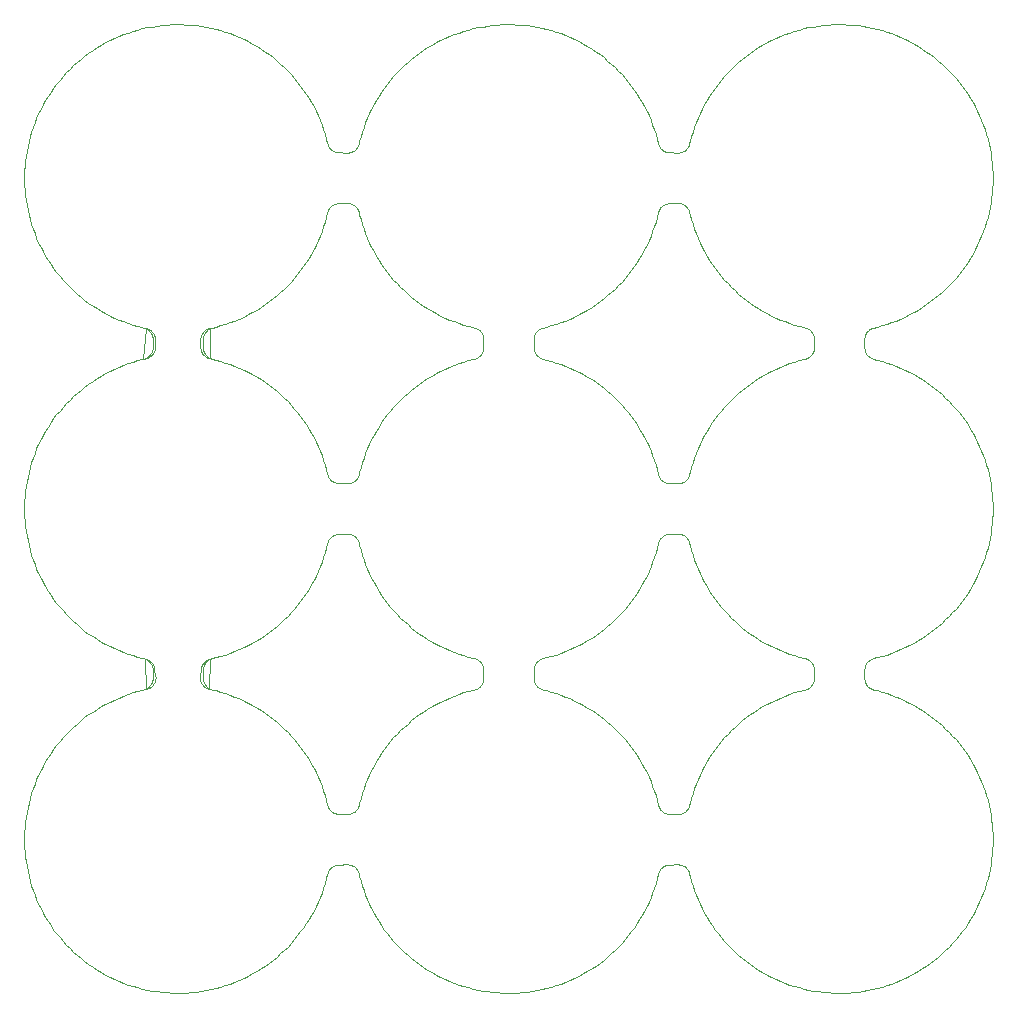
<source format=gm1>
%MOIN*%
%OFA0B0*%
%FSLAX44Y44*%
%IPPOS*%
%LPD*%
%ADD10C,0*%
D10*
X00022175Y00017287D02*
X00022175Y00017287D01*
X00022175Y00017287D01*
X00022168Y00017261D01*
X00022160Y00017235D01*
X00022149Y00017210D01*
X00022137Y00017186D01*
X00022124Y00017163D01*
X00022108Y00017141D01*
X00022092Y00017120D01*
X00022074Y00017100D01*
X00022054Y00017081D01*
X00022034Y00017064D01*
X00022012Y00017048D01*
X00021989Y00017034D01*
X00021965Y00017021D01*
X00021941Y00017010D01*
X00021915Y00017001D01*
X00021890Y00016993D01*
X00021863Y00016988D01*
X00021837Y00016984D01*
X00021810Y00016981D01*
X00021783Y00016981D01*
X00021502Y00016987D01*
X00021476Y00016989D01*
X00021450Y00016992D01*
X00021425Y00016996D01*
X00021400Y00017003D01*
X00021376Y00017011D01*
X00021352Y00017020D01*
X00021329Y00017032D01*
X00021306Y00017044D01*
X00021285Y00017058D01*
X00021264Y00017074D01*
X00021245Y00017090D01*
X00021226Y00017108D01*
X00021209Y00017127D01*
X00021193Y00017148D01*
X00021179Y00017169D01*
X00021165Y00017191D01*
X00021154Y00017214D01*
X00021144Y00017238D01*
X00021135Y00017262D01*
X00021128Y00017287D01*
X00021089Y00017445D01*
X00021044Y00017604D01*
X00020995Y00017761D01*
X00020940Y00017917D01*
X00020880Y00018071D01*
X00020816Y00018222D01*
X00020746Y00018372D01*
X00020672Y00018519D01*
X00020593Y00018664D01*
X00020509Y00018806D01*
X00020421Y00018946D01*
X00020328Y00019082D01*
X00020232Y00019215D01*
X00020130Y00019346D01*
X00020025Y00019473D01*
X00019916Y00019596D01*
X00019802Y00019716D01*
X00019685Y00019832D01*
X00019565Y00019944D01*
X00019440Y00020053D01*
X00019313Y00020157D01*
X00019182Y00020257D01*
X00019047Y00020353D01*
X00018910Y00020444D01*
X00018770Y00020531D01*
X00018627Y00020614D01*
X00018482Y00020692D01*
X00018334Y00020765D01*
X00018184Y00020833D01*
X00018032Y00020896D01*
X00017877Y00020955D01*
X00017721Y00021008D01*
X00017564Y00021057D01*
X00017405Y00021100D01*
X00017286Y00021128D01*
X00017261Y00021135D01*
X00017236Y00021144D01*
X00017211Y00021154D01*
X00017188Y00021166D01*
X00017165Y00021179D01*
X00017144Y00021194D01*
X00017123Y00021211D01*
X00017103Y00021228D01*
X00017085Y00021247D01*
X00017068Y00021267D01*
X00017053Y00021289D01*
X00017038Y00021311D01*
X00017026Y00021334D01*
X00017015Y00021358D01*
X00017005Y00021382D01*
X00016997Y00021407D01*
X00016991Y00021433D01*
X00016987Y00021459D01*
X00016984Y00021485D01*
X00016983Y00021511D01*
X00016983Y00021793D01*
X00016984Y00021820D01*
X00016987Y00021846D01*
X00016991Y00021872D01*
X00016997Y00021897D01*
X00017005Y00021923D01*
X00017015Y00021947D01*
X00017026Y00021971D01*
X00017038Y00021994D01*
X00017053Y00022016D01*
X00017068Y00022037D01*
X00017085Y00022058D01*
X00017103Y00022076D01*
X00017123Y00022094D01*
X00017144Y00022110D01*
X00017165Y00022125D01*
X00017188Y00022139D01*
X00017211Y00022151D01*
X00017236Y00022161D01*
X00017261Y00022169D01*
X00017286Y00022176D01*
X00017405Y00022205D01*
X00017564Y00022248D01*
X00017721Y00022296D01*
X00017877Y00022350D01*
X00018032Y00022408D01*
X00018184Y00022472D01*
X00018334Y00022540D01*
X00018482Y00022613D01*
X00018627Y00022691D01*
X00018770Y00022773D01*
X00018910Y00022860D01*
X00019047Y00022952D01*
X00019182Y00023048D01*
X00019313Y00023148D01*
X00019440Y00023252D01*
X00019565Y00023361D01*
X00019685Y00023473D01*
X00019802Y00023589D01*
X00019916Y00023709D01*
X00020025Y00023832D01*
X00020130Y00023959D01*
X00020232Y00024089D01*
X00020328Y00024223D01*
X00020421Y00024359D01*
X00020509Y00024499D01*
X00020593Y00024641D01*
X00020672Y00024786D01*
X00020746Y00024933D01*
X00020816Y00025082D01*
X00020880Y00025234D01*
X00020940Y00025388D01*
X00020995Y00025543D01*
X00021044Y00025701D01*
X00021089Y00025859D01*
X00021128Y00026018D01*
X00021135Y00026043D01*
X00021144Y00026067D01*
X00021154Y00026091D01*
X00021165Y00026114D01*
X00021179Y00026136D01*
X00021193Y00026157D01*
X00021209Y00026177D01*
X00021226Y00026196D01*
X00021245Y00026214D01*
X00021264Y00026231D01*
X00021285Y00026247D01*
X00021306Y00026261D01*
X00021329Y00026273D01*
X00021352Y00026284D01*
X00021376Y00026294D01*
X00021400Y00026302D01*
X00021425Y00026308D01*
X00021450Y00026313D01*
X00021476Y00026316D01*
X00021502Y00026318D01*
X00021783Y00026324D01*
X00021810Y00026323D01*
X00021837Y00026321D01*
X00021863Y00026317D01*
X00021890Y00026311D01*
X00021915Y00026304D01*
X00021941Y00026295D01*
X00021965Y00026283D01*
X00021989Y00026271D01*
X00022012Y00026257D01*
X00022034Y00026241D01*
X00022054Y00026223D01*
X00022074Y00026205D01*
X00022092Y00026185D01*
X00022108Y00026164D01*
X00022124Y00026142D01*
X00022137Y00026119D01*
X00022149Y00026094D01*
X00022160Y00026070D01*
X00022168Y00026044D01*
X00022175Y00026018D01*
X00022175Y00026018D01*
X00022193Y00025939D01*
X00022236Y00025780D01*
X00022283Y00025622D01*
X00022335Y00025465D01*
X00022392Y00025311D01*
X00022454Y00025158D01*
X00022521Y00025007D01*
X00022593Y00024859D01*
X00022670Y00024713D01*
X00022751Y00024569D01*
X00022837Y00024429D01*
X00022927Y00024291D01*
X00023022Y00024156D01*
X00023121Y00024024D01*
X00023225Y00023895D01*
X00023332Y00023770D01*
X00023443Y00023648D01*
X00023558Y00023530D01*
X00023677Y00023416D01*
X00023800Y00023306D01*
X00023926Y00023200D01*
X00024055Y00023097D01*
X00024188Y00022999D01*
X00024324Y00022906D01*
X00024462Y00022816D01*
X00024604Y00022732D01*
X00024748Y00022651D01*
X00024895Y00022576D01*
X00025044Y00022505D01*
X00025195Y00022439D01*
X00025348Y00022379D01*
X00025503Y00022323D01*
X00025660Y00022272D01*
X00025818Y00022226D01*
X00025978Y00022185D01*
X00026017Y00022176D01*
X00026043Y00022170D01*
X00026069Y00022161D01*
X00026093Y00022151D01*
X00026117Y00022140D01*
X00026140Y00022126D01*
X00026162Y00022111D01*
X00026183Y00022095D01*
X00026203Y00022078D01*
X00026222Y00022059D01*
X00026239Y00022038D01*
X00026255Y00022017D01*
X00026270Y00021995D01*
X00026283Y00021971D01*
X00026294Y00021947D01*
X00026304Y00021922D01*
X00026312Y00021897D01*
X00026318Y00021871D01*
X00026323Y00021845D01*
X00026325Y00021818D01*
X00026326Y00021792D01*
X00026326Y00021513D01*
X00026325Y00021486D01*
X00026323Y00021460D01*
X00026318Y00021434D01*
X00026312Y00021408D01*
X00026304Y00021382D01*
X00026294Y00021357D01*
X00026283Y00021333D01*
X00026270Y00021310D01*
X00026255Y00021288D01*
X00026239Y00021266D01*
X00026222Y00021246D01*
X00026203Y00021227D01*
X00026183Y00021210D01*
X00026162Y00021193D01*
X00026140Y00021179D01*
X00026117Y00021165D01*
X00026093Y00021154D01*
X00026069Y00021143D01*
X00026043Y00021135D01*
X00026017Y00021129D01*
X00025978Y00021120D01*
X00025818Y00021079D01*
X00025660Y00021033D01*
X00025503Y00020982D01*
X00025348Y00020926D01*
X00025195Y00020865D01*
X00025044Y00020799D01*
X00024895Y00020729D01*
X00024748Y00020653D01*
X00024604Y00020573D01*
X00024462Y00020488D01*
X00024324Y00020399D01*
X00024188Y00020305D01*
X00024055Y00020207D01*
X00023926Y00020105D01*
X00023800Y00019999D01*
X00023677Y00019889D01*
X00023558Y00019774D01*
X00023443Y00019656D01*
X00023332Y00019535D01*
X00023225Y00019409D01*
X00023121Y00019281D01*
X00023022Y00019149D01*
X00022927Y00019014D01*
X00022837Y00018876D01*
X00022751Y00018735D01*
X00022670Y00018592D01*
X00022593Y00018446D01*
X00022521Y00018298D01*
X00022454Y00018147D01*
X00022392Y00017994D01*
X00022335Y00017839D01*
X00022283Y00017683D01*
X00022236Y00017525D01*
X00022193Y00017366D01*
X00022175Y00017287D01*
X00017286Y00010105D02*
X00017286Y00010105D01*
X00017261Y00010112D01*
X00017236Y00010121D01*
X00017211Y00010131D01*
X00017188Y00010143D01*
X00017165Y00010156D01*
X00017144Y00010171D01*
X00017123Y00010187D01*
X00017103Y00010205D01*
X00017085Y00010224D01*
X00017068Y00010244D01*
X00017053Y00010265D01*
X00017038Y00010287D01*
X00017026Y00010310D01*
X00017015Y00010334D01*
X00017005Y00010359D01*
X00016997Y00010384D01*
X00016991Y00010410D01*
X00016987Y00010436D01*
X00016984Y00010462D01*
X00016983Y00010488D01*
X00016983Y00010770D01*
X00016984Y00010796D01*
X00016987Y00010823D01*
X00016991Y00010849D01*
X00016997Y00010874D01*
X00017005Y00010899D01*
X00017015Y00010924D01*
X00017026Y00010948D01*
X00017038Y00010971D01*
X00017053Y00010993D01*
X00017068Y00011014D01*
X00017085Y00011034D01*
X00017103Y00011053D01*
X00017123Y00011071D01*
X00017144Y00011087D01*
X00017165Y00011102D01*
X00017188Y00011115D01*
X00017211Y00011127D01*
X00017236Y00011138D01*
X00017261Y00011146D01*
X00017286Y00011153D01*
X00017405Y00011181D01*
X00017564Y00011225D01*
X00017721Y00011273D01*
X00017877Y00011327D01*
X00018032Y00011385D01*
X00018184Y00011448D01*
X00018334Y00011517D01*
X00018482Y00011590D01*
X00018627Y00011668D01*
X00018770Y00011750D01*
X00018910Y00011837D01*
X00019047Y00011929D01*
X00019182Y00012024D01*
X00019313Y00012125D01*
X00019440Y00012229D01*
X00019565Y00012337D01*
X00019685Y00012450D01*
X00019802Y00012566D01*
X00019916Y00012686D01*
X00020025Y00012809D01*
X00020130Y00012936D01*
X00020232Y00013066D01*
X00020328Y00013199D01*
X00020421Y00013336D01*
X00020509Y00013475D01*
X00020593Y00013617D01*
X00020672Y00013762D01*
X00020746Y00013909D01*
X00020816Y00014059D01*
X00020880Y00014211D01*
X00020940Y00014364D01*
X00020995Y00014520D01*
X00021044Y00014677D01*
X00021089Y00014836D01*
X00021128Y00014995D01*
X00021135Y00015020D01*
X00021144Y00015044D01*
X00021154Y00015068D01*
X00021165Y00015090D01*
X00021179Y00015113D01*
X00021193Y00015134D01*
X00021209Y00015154D01*
X00021226Y00015173D01*
X00021245Y00015191D01*
X00021264Y00015208D01*
X00021285Y00015223D01*
X00021306Y00015237D01*
X00021329Y00015250D01*
X00021352Y00015261D01*
X00021376Y00015271D01*
X00021400Y00015279D01*
X00021425Y00015285D01*
X00021450Y00015290D01*
X00021476Y00015293D01*
X00021502Y00015294D01*
X00021783Y00015300D01*
X00021810Y00015300D01*
X00021837Y00015298D01*
X00021863Y00015294D01*
X00021890Y00015288D01*
X00021915Y00015281D01*
X00021941Y00015271D01*
X00021965Y00015260D01*
X00021989Y00015248D01*
X00022012Y00015233D01*
X00022034Y00015217D01*
X00022054Y00015200D01*
X00022074Y00015182D01*
X00022092Y00015162D01*
X00022108Y00015141D01*
X00022124Y00015118D01*
X00022137Y00015095D01*
X00022149Y00015071D01*
X00022160Y00015046D01*
X00022168Y00015021D01*
X00022175Y00014995D01*
X00022175Y00014995D01*
X00022193Y00014916D01*
X00022236Y00014756D01*
X00022283Y00014598D01*
X00022335Y00014442D01*
X00022392Y00014287D01*
X00022454Y00014135D01*
X00022521Y00013984D01*
X00022593Y00013836D01*
X00022670Y00013690D01*
X00022751Y00013546D01*
X00022837Y00013405D01*
X00022927Y00013267D01*
X00023022Y00013132D01*
X00023121Y00013001D01*
X00023225Y00012872D01*
X00023332Y00012747D01*
X00023443Y00012625D01*
X00023558Y00012507D01*
X00023677Y00012393D01*
X00023800Y00012283D01*
X00023926Y00012176D01*
X00024055Y00012074D01*
X00024188Y00011976D01*
X00024324Y00011882D01*
X00024462Y00011793D01*
X00024604Y00011708D01*
X00024748Y00011628D01*
X00024895Y00011553D01*
X00025044Y00011482D01*
X00025195Y00011416D01*
X00025348Y00011355D01*
X00025503Y00011299D01*
X00025660Y00011248D01*
X00025818Y00011202D01*
X00025978Y00011162D01*
X00026017Y00011153D01*
X00026043Y00011146D01*
X00026069Y00011138D01*
X00026093Y00011128D01*
X00026117Y00011116D01*
X00026140Y00011103D01*
X00026162Y00011088D01*
X00026183Y00011072D01*
X00026203Y00011054D01*
X00026222Y00011035D01*
X00026239Y00011015D01*
X00026255Y00010994D01*
X00026270Y00010971D01*
X00026283Y00010948D01*
X00026294Y00010924D01*
X00026304Y00010899D01*
X00026312Y00010874D01*
X00026318Y00010848D01*
X00026323Y00010822D01*
X00026325Y00010795D01*
X00026326Y00010769D01*
X00026326Y00010490D01*
X00026325Y00010463D01*
X00026323Y00010437D01*
X00026318Y00010410D01*
X00026312Y00010384D01*
X00026304Y00010359D01*
X00026294Y00010334D01*
X00026283Y00010310D01*
X00026270Y00010287D01*
X00026255Y00010264D01*
X00026239Y00010243D01*
X00026222Y00010223D01*
X00026203Y00010204D01*
X00026183Y00010186D01*
X00026162Y00010170D01*
X00026140Y00010155D01*
X00026117Y00010142D01*
X00026093Y00010130D01*
X00026069Y00010120D01*
X00026043Y00010112D01*
X00026017Y00010105D01*
X00025978Y00010097D01*
X00025818Y00010056D01*
X00025660Y00010010D01*
X00025503Y00009959D01*
X00025348Y00009903D01*
X00025195Y00009842D01*
X00025044Y00009776D01*
X00024895Y00009705D01*
X00024748Y00009630D01*
X00024604Y00009550D01*
X00024462Y00009465D01*
X00024324Y00009376D01*
X00024188Y00009282D01*
X00024055Y00009184D01*
X00023926Y00009082D01*
X00023800Y00008976D01*
X00023677Y00008865D01*
X00023558Y00008751D01*
X00023443Y00008633D01*
X00023332Y00008511D01*
X00023225Y00008386D01*
X00023121Y00008258D01*
X00023022Y00008126D01*
X00022927Y00007991D01*
X00022837Y00007853D01*
X00022751Y00007712D01*
X00022670Y00007569D01*
X00022593Y00007423D01*
X00022521Y00007274D01*
X00022454Y00007124D01*
X00022392Y00006971D01*
X00022335Y00006816D01*
X00022283Y00006660D01*
X00022236Y00006502D01*
X00022193Y00006342D01*
X00022175Y00006263D01*
X00022175Y00006263D01*
X00022168Y00006237D01*
X00022160Y00006212D01*
X00022149Y00006187D01*
X00022137Y00006163D01*
X00022124Y00006140D01*
X00022108Y00006118D01*
X00022092Y00006097D01*
X00022074Y00006077D01*
X00022054Y00006058D01*
X00022034Y00006041D01*
X00022012Y00006025D01*
X00021989Y00006011D01*
X00021965Y00005998D01*
X00021941Y00005987D01*
X00021915Y00005978D01*
X00021890Y00005970D01*
X00021863Y00005964D01*
X00021837Y00005960D01*
X00021810Y00005958D01*
X00021783Y00005958D01*
X00021502Y00005964D01*
X00021476Y00005965D01*
X00021450Y00005968D01*
X00021425Y00005973D01*
X00021400Y00005980D01*
X00021376Y00005988D01*
X00021352Y00005997D01*
X00021329Y00006008D01*
X00021306Y00006021D01*
X00021285Y00006035D01*
X00021264Y00006050D01*
X00021245Y00006067D01*
X00021226Y00006085D01*
X00021209Y00006104D01*
X00021193Y00006124D01*
X00021179Y00006146D01*
X00021165Y00006168D01*
X00021154Y00006191D01*
X00021144Y00006214D01*
X00021135Y00006239D01*
X00021128Y00006263D01*
X00021089Y00006422D01*
X00021044Y00006581D01*
X00020995Y00006738D01*
X00020940Y00006894D01*
X00020880Y00007047D01*
X00020816Y00007199D01*
X00020746Y00007349D01*
X00020672Y00007496D01*
X00020593Y00007641D01*
X00020509Y00007783D01*
X00020421Y00007922D01*
X00020328Y00008059D01*
X00020232Y00008192D01*
X00020130Y00008322D01*
X00020025Y00008449D01*
X00019916Y00008573D01*
X00019802Y00008693D01*
X00019685Y00008809D01*
X00019565Y00008921D01*
X00019440Y00009029D01*
X00019313Y00009134D01*
X00019182Y00009234D01*
X00019047Y00009330D01*
X00018910Y00009421D01*
X00018770Y00009508D01*
X00018627Y00009591D01*
X00018482Y00009668D01*
X00018334Y00009741D01*
X00018184Y00009810D01*
X00018032Y00009873D01*
X00017877Y00009932D01*
X00017721Y00009985D01*
X00017564Y00010033D01*
X00017405Y00010077D01*
X00017286Y00010105D01*
X00006263Y00021128D02*
X00006263Y00021128D01*
X00006238Y00021135D01*
X00006213Y00021144D01*
X00006188Y00021154D01*
X00006165Y00021166D01*
X00006142Y00021179D01*
X00006121Y00021194D01*
X00006100Y00021211D01*
X00006080Y00021228D01*
X00006062Y00021247D01*
X00006045Y00021267D01*
X00006030Y00021289D01*
X00006015Y00021311D01*
X00006003Y00021334D01*
X00005992Y00021358D01*
X00005982Y00021382D01*
X00005974Y00021407D01*
X00005968Y00021433D01*
X00005964Y00021459D01*
X00005961Y00021485D01*
X00005960Y00021511D01*
X00005960Y00021793D01*
X00005961Y00021820D01*
X00005964Y00021846D01*
X00005968Y00021872D01*
X00005974Y00021897D01*
X00005982Y00021923D01*
X00005992Y00021947D01*
X00006003Y00021971D01*
X00006015Y00021994D01*
X00006030Y00022016D01*
X00006045Y00022037D01*
X00006062Y00022058D01*
X00006080Y00022076D01*
X00006100Y00022094D01*
X00006121Y00022110D01*
X00006142Y00022125D01*
X00006165Y00022139D01*
X00006188Y00022151D01*
X00006213Y00022161D01*
X00006238Y00022169D01*
X00006263Y00022176D01*
X00006382Y00022205D01*
X00006541Y00022248D01*
X00006699Y00022296D01*
X00006855Y00022350D01*
X00007009Y00022408D01*
X00007161Y00022472D01*
X00007311Y00022540D01*
X00007459Y00022613D01*
X00007604Y00022691D01*
X00007747Y00022773D01*
X00007887Y00022860D01*
X00008024Y00022952D01*
X00008159Y00023048D01*
X00008290Y00023148D01*
X00008417Y00023252D01*
X00008542Y00023361D01*
X00008662Y00023473D01*
X00008779Y00023589D01*
X00008893Y00023709D01*
X00009002Y00023832D01*
X00009107Y00023959D01*
X00009209Y00024089D01*
X00009306Y00024223D01*
X00009398Y00024359D01*
X00009486Y00024499D01*
X00009570Y00024641D01*
X00009649Y00024786D01*
X00009723Y00024933D01*
X00009793Y00025082D01*
X00009857Y00025234D01*
X00009917Y00025388D01*
X00009972Y00025543D01*
X00010021Y00025701D01*
X00010066Y00025859D01*
X00010105Y00026018D01*
X00010112Y00026043D01*
X00010121Y00026067D01*
X00010131Y00026091D01*
X00010142Y00026114D01*
X00010156Y00026136D01*
X00010170Y00026157D01*
X00010186Y00026177D01*
X00010203Y00026196D01*
X00010222Y00026214D01*
X00010241Y00026231D01*
X00010262Y00026247D01*
X00010283Y00026261D01*
X00010306Y00026273D01*
X00010329Y00026284D01*
X00010353Y00026294D01*
X00010377Y00026302D01*
X00010402Y00026308D01*
X00010427Y00026313D01*
X00010453Y00026316D01*
X00010479Y00026318D01*
X00010760Y00026324D01*
X00010787Y00026323D01*
X00010814Y00026321D01*
X00010840Y00026317D01*
X00010867Y00026311D01*
X00010892Y00026304D01*
X00010918Y00026295D01*
X00010942Y00026283D01*
X00010966Y00026271D01*
X00010989Y00026257D01*
X00011011Y00026241D01*
X00011031Y00026223D01*
X00011051Y00026205D01*
X00011069Y00026185D01*
X00011085Y00026164D01*
X00011101Y00026142D01*
X00011114Y00026119D01*
X00011126Y00026094D01*
X00011137Y00026070D01*
X00011145Y00026044D01*
X00011152Y00026018D01*
X00011171Y00025939D01*
X00011213Y00025780D01*
X00011260Y00025622D01*
X00011312Y00025465D01*
X00011369Y00025311D01*
X00011431Y00025158D01*
X00011498Y00025007D01*
X00011570Y00024859D01*
X00011647Y00024713D01*
X00011728Y00024569D01*
X00011814Y00024429D01*
X00011904Y00024291D01*
X00011999Y00024156D01*
X00012098Y00024024D01*
X00012202Y00023895D01*
X00012309Y00023770D01*
X00012420Y00023648D01*
X00012535Y00023530D01*
X00012654Y00023416D01*
X00012777Y00023306D01*
X00012903Y00023200D01*
X00013032Y00023097D01*
X00013165Y00022999D01*
X00013301Y00022906D01*
X00013439Y00022816D01*
X00013581Y00022732D01*
X00013725Y00022651D01*
X00013872Y00022576D01*
X00014021Y00022505D01*
X00014172Y00022439D01*
X00014325Y00022379D01*
X00014480Y00022323D01*
X00014637Y00022272D01*
X00014795Y00022226D01*
X00014955Y00022185D01*
X00014994Y00022176D01*
X00015020Y00022170D01*
X00015046Y00022161D01*
X00015070Y00022151D01*
X00015094Y00022140D01*
X00015117Y00022126D01*
X00015139Y00022111D01*
X00015160Y00022095D01*
X00015180Y00022078D01*
X00015199Y00022059D01*
X00015216Y00022038D01*
X00015232Y00022017D01*
X00015247Y00021995D01*
X00015260Y00021971D01*
X00015271Y00021947D01*
X00015281Y00021922D01*
X00015289Y00021897D01*
X00015295Y00021871D01*
X00015300Y00021845D01*
X00015302Y00021818D01*
X00015303Y00021792D01*
X00015303Y00021513D01*
X00015302Y00021486D01*
X00015300Y00021460D01*
X00015295Y00021434D01*
X00015289Y00021408D01*
X00015281Y00021382D01*
X00015271Y00021357D01*
X00015260Y00021333D01*
X00015247Y00021310D01*
X00015232Y00021288D01*
X00015216Y00021266D01*
X00015199Y00021246D01*
X00015180Y00021227D01*
X00015160Y00021210D01*
X00015139Y00021193D01*
X00015117Y00021179D01*
X00015094Y00021165D01*
X00015070Y00021154D01*
X00015046Y00021143D01*
X00015020Y00021135D01*
X00014994Y00021129D01*
X00014955Y00021120D01*
X00014795Y00021079D01*
X00014637Y00021033D01*
X00014480Y00020982D01*
X00014325Y00020926D01*
X00014172Y00020865D01*
X00014021Y00020799D01*
X00013872Y00020729D01*
X00013725Y00020653D01*
X00013581Y00020573D01*
X00013439Y00020488D01*
X00013301Y00020399D01*
X00013165Y00020305D01*
X00013032Y00020207D01*
X00012903Y00020105D01*
X00012777Y00019999D01*
X00012654Y00019889D01*
X00012535Y00019774D01*
X00012420Y00019656D01*
X00012309Y00019535D01*
X00012202Y00019409D01*
X00012098Y00019281D01*
X00011999Y00019149D01*
X00011904Y00019014D01*
X00011814Y00018876D01*
X00011728Y00018735D01*
X00011647Y00018592D01*
X00011570Y00018446D01*
X00011498Y00018298D01*
X00011431Y00018147D01*
X00011369Y00017994D01*
X00011312Y00017839D01*
X00011260Y00017683D01*
X00011213Y00017525D01*
X00011171Y00017366D01*
X00011152Y00017287D01*
X00011145Y00017261D01*
X00011137Y00017235D01*
X00011126Y00017210D01*
X00011114Y00017186D01*
X00011101Y00017163D01*
X00011085Y00017141D01*
X00011069Y00017120D01*
X00011051Y00017100D01*
X00011031Y00017081D01*
X00011011Y00017064D01*
X00010989Y00017048D01*
X00010966Y00017034D01*
X00010942Y00017021D01*
X00010918Y00017010D01*
X00010892Y00017001D01*
X00010867Y00016993D01*
X00010840Y00016988D01*
X00010814Y00016984D01*
X00010787Y00016981D01*
X00010760Y00016981D01*
X00010479Y00016987D01*
X00010453Y00016989D01*
X00010427Y00016992D01*
X00010402Y00016996D01*
X00010377Y00017003D01*
X00010353Y00017011D01*
X00010329Y00017020D01*
X00010306Y00017032D01*
X00010283Y00017044D01*
X00010262Y00017058D01*
X00010241Y00017074D01*
X00010222Y00017090D01*
X00010203Y00017108D01*
X00010186Y00017127D01*
X00010170Y00017148D01*
X00010156Y00017169D01*
X00010142Y00017191D01*
X00010131Y00017214D01*
X00010121Y00017238D01*
X00010112Y00017262D01*
X00010105Y00017287D01*
X00010066Y00017445D01*
X00010021Y00017604D01*
X00009972Y00017761D01*
X00009917Y00017917D01*
X00009857Y00018071D01*
X00009793Y00018222D01*
X00009723Y00018372D01*
X00009649Y00018519D01*
X00009570Y00018664D01*
X00009486Y00018806D01*
X00009398Y00018946D01*
X00009306Y00019082D01*
X00009209Y00019215D01*
X00009107Y00019346D01*
X00009002Y00019473D01*
X00008893Y00019596D01*
X00008779Y00019716D01*
X00008662Y00019832D01*
X00008542Y00019944D01*
X00008417Y00020053D01*
X00008290Y00020157D01*
X00008159Y00020257D01*
X00008024Y00020353D01*
X00007887Y00020444D01*
X00007747Y00020531D01*
X00007604Y00020614D01*
X00007459Y00020692D01*
X00007311Y00020765D01*
X00007161Y00020833D01*
X00007009Y00020896D01*
X00006855Y00020955D01*
X00006699Y00021008D01*
X00006541Y00021057D01*
X00006382Y00021100D01*
X00006263Y00021128D01*
X00011152Y00006263D02*
X00011152Y00006263D01*
X00011145Y00006237D01*
X00011137Y00006212D01*
X00011126Y00006187D01*
X00011114Y00006163D01*
X00011101Y00006140D01*
X00011085Y00006118D01*
X00011069Y00006097D01*
X00011051Y00006077D01*
X00011031Y00006058D01*
X00011011Y00006041D01*
X00010989Y00006025D01*
X00010966Y00006011D01*
X00010942Y00005998D01*
X00010918Y00005987D01*
X00010892Y00005978D01*
X00010867Y00005970D01*
X00010840Y00005964D01*
X00010814Y00005960D01*
X00010787Y00005958D01*
X00010760Y00005958D01*
X00010479Y00005964D01*
X00010453Y00005965D01*
X00010427Y00005968D01*
X00010402Y00005973D01*
X00010377Y00005980D01*
X00010353Y00005988D01*
X00010329Y00005997D01*
X00010306Y00006008D01*
X00010283Y00006021D01*
X00010262Y00006035D01*
X00010241Y00006050D01*
X00010222Y00006067D01*
X00010203Y00006085D01*
X00010186Y00006104D01*
X00010170Y00006124D01*
X00010156Y00006146D01*
X00010142Y00006168D01*
X00010131Y00006191D01*
X00010121Y00006214D01*
X00010112Y00006239D01*
X00010105Y00006263D01*
X00010066Y00006422D01*
X00010021Y00006581D01*
X00009972Y00006738D01*
X00009917Y00006894D01*
X00009857Y00007047D01*
X00009793Y00007199D01*
X00009723Y00007349D01*
X00009649Y00007496D01*
X00009570Y00007641D01*
X00009486Y00007783D01*
X00009398Y00007922D01*
X00009306Y00008059D01*
X00009209Y00008192D01*
X00009107Y00008322D01*
X00009002Y00008449D01*
X00008893Y00008573D01*
X00008779Y00008693D01*
X00008662Y00008809D01*
X00008542Y00008921D01*
X00008417Y00009029D01*
X00008290Y00009134D01*
X00008159Y00009234D01*
X00008024Y00009330D01*
X00007887Y00009421D01*
X00007747Y00009508D01*
X00007604Y00009591D01*
X00007459Y00009668D01*
X00007311Y00009741D01*
X00007161Y00009810D01*
X00007009Y00009873D01*
X00006855Y00009932D01*
X00006699Y00009985D01*
X00006541Y00010033D01*
X00006382Y00010077D01*
X00006263Y00010105D01*
X00006238Y00010112D01*
X00006213Y00010121D01*
X00006188Y00010131D01*
X00006165Y00010143D01*
X00006142Y00010156D01*
X00006121Y00010171D01*
X00006100Y00010187D01*
X00006080Y00010205D01*
X00006062Y00010224D01*
X00006045Y00010244D01*
X00006030Y00010265D01*
X00006015Y00010287D01*
X00006003Y00010310D01*
X00005992Y00010334D01*
X00005982Y00010359D01*
X00005974Y00010384D01*
X00005968Y00010410D01*
X00005964Y00010436D01*
X00005961Y00010462D01*
X00005960Y00010488D01*
X00005960Y00010770D01*
X00005961Y00010796D01*
X00005964Y00010823D01*
X00005968Y00010849D01*
X00005974Y00010874D01*
X00005982Y00010899D01*
X00005992Y00010924D01*
X00006003Y00010948D01*
X00006015Y00010971D01*
X00006030Y00010993D01*
X00006045Y00011014D01*
X00006062Y00011034D01*
X00006080Y00011053D01*
X00006100Y00011071D01*
X00006121Y00011087D01*
X00006142Y00011102D01*
X00006165Y00011115D01*
X00006188Y00011127D01*
X00006213Y00011138D01*
X00006238Y00011146D01*
X00006263Y00011153D01*
X00006382Y00011181D01*
X00006541Y00011225D01*
X00006699Y00011273D01*
X00006855Y00011327D01*
X00007009Y00011385D01*
X00007161Y00011448D01*
X00007311Y00011517D01*
X00007459Y00011590D01*
X00007604Y00011668D01*
X00007747Y00011750D01*
X00007887Y00011837D01*
X00008024Y00011929D01*
X00008159Y00012024D01*
X00008290Y00012125D01*
X00008417Y00012229D01*
X00008542Y00012337D01*
X00008662Y00012450D01*
X00008779Y00012566D01*
X00008893Y00012686D01*
X00009002Y00012809D01*
X00009107Y00012936D01*
X00009209Y00013066D01*
X00009306Y00013199D01*
X00009398Y00013336D01*
X00009486Y00013475D01*
X00009570Y00013617D01*
X00009649Y00013762D01*
X00009723Y00013909D01*
X00009793Y00014059D01*
X00009857Y00014211D01*
X00009917Y00014364D01*
X00009972Y00014520D01*
X00010021Y00014677D01*
X00010066Y00014836D01*
X00010105Y00014995D01*
X00010112Y00015020D01*
X00010121Y00015044D01*
X00010131Y00015068D01*
X00010142Y00015090D01*
X00010156Y00015113D01*
X00010170Y00015134D01*
X00010186Y00015154D01*
X00010203Y00015173D01*
X00010222Y00015191D01*
X00010241Y00015208D01*
X00010262Y00015223D01*
X00010283Y00015237D01*
X00010306Y00015250D01*
X00010329Y00015261D01*
X00010353Y00015271D01*
X00010377Y00015279D01*
X00010402Y00015285D01*
X00010427Y00015290D01*
X00010453Y00015293D01*
X00010479Y00015294D01*
X00010760Y00015300D01*
X00010787Y00015300D01*
X00010814Y00015298D01*
X00010840Y00015294D01*
X00010867Y00015288D01*
X00010892Y00015281D01*
X00010918Y00015271D01*
X00010942Y00015260D01*
X00010966Y00015248D01*
X00010989Y00015233D01*
X00011011Y00015217D01*
X00011031Y00015200D01*
X00011051Y00015182D01*
X00011069Y00015162D01*
X00011085Y00015141D01*
X00011101Y00015118D01*
X00011114Y00015095D01*
X00011126Y00015071D01*
X00011137Y00015046D01*
X00011145Y00015021D01*
X00011152Y00014995D01*
X00011171Y00014916D01*
X00011213Y00014756D01*
X00011260Y00014598D01*
X00011312Y00014442D01*
X00011369Y00014287D01*
X00011431Y00014135D01*
X00011498Y00013984D01*
X00011570Y00013836D01*
X00011647Y00013690D01*
X00011728Y00013546D01*
X00011814Y00013405D01*
X00011904Y00013267D01*
X00011999Y00013132D01*
X00012098Y00013001D01*
X00012202Y00012872D01*
X00012309Y00012747D01*
X00012420Y00012625D01*
X00012535Y00012507D01*
X00012654Y00012393D01*
X00012777Y00012283D01*
X00012903Y00012176D01*
X00013032Y00012074D01*
X00013165Y00011976D01*
X00013301Y00011882D01*
X00013439Y00011793D01*
X00013581Y00011708D01*
X00013725Y00011628D01*
X00013872Y00011553D01*
X00014021Y00011482D01*
X00014172Y00011416D01*
X00014325Y00011355D01*
X00014480Y00011299D01*
X00014637Y00011248D01*
X00014795Y00011202D01*
X00014955Y00011162D01*
X00014994Y00011153D01*
X00015020Y00011146D01*
X00015046Y00011138D01*
X00015070Y00011128D01*
X00015094Y00011116D01*
X00015117Y00011103D01*
X00015139Y00011088D01*
X00015160Y00011072D01*
X00015180Y00011054D01*
X00015199Y00011035D01*
X00015216Y00011015D01*
X00015232Y00010994D01*
X00015247Y00010971D01*
X00015260Y00010948D01*
X00015271Y00010924D01*
X00015281Y00010899D01*
X00015289Y00010874D01*
X00015295Y00010848D01*
X00015300Y00010822D01*
X00015302Y00010795D01*
X00015303Y00010769D01*
X00015303Y00010490D01*
X00015302Y00010463D01*
X00015300Y00010437D01*
X00015295Y00010410D01*
X00015289Y00010384D01*
X00015281Y00010359D01*
X00015271Y00010334D01*
X00015260Y00010310D01*
X00015247Y00010287D01*
X00015232Y00010264D01*
X00015216Y00010243D01*
X00015199Y00010223D01*
X00015180Y00010204D01*
X00015160Y00010186D01*
X00015139Y00010170D01*
X00015117Y00010155D01*
X00015094Y00010142D01*
X00015070Y00010130D01*
X00015046Y00010120D01*
X00015020Y00010112D01*
X00014994Y00010105D01*
X00014955Y00010097D01*
X00014795Y00010056D01*
X00014637Y00010010D01*
X00014480Y00009959D01*
X00014325Y00009903D01*
X00014172Y00009842D01*
X00014021Y00009776D01*
X00013872Y00009705D01*
X00013725Y00009630D01*
X00013581Y00009550D01*
X00013439Y00009465D01*
X00013301Y00009376D01*
X00013165Y00009282D01*
X00013032Y00009184D01*
X00012903Y00009082D01*
X00012777Y00008976D01*
X00012654Y00008865D01*
X00012535Y00008751D01*
X00012420Y00008633D01*
X00012309Y00008511D01*
X00012202Y00008386D01*
X00012098Y00008258D01*
X00011999Y00008126D01*
X00011904Y00007991D01*
X00011814Y00007853D01*
X00011728Y00007712D01*
X00011647Y00007569D01*
X00011570Y00007423D01*
X00011498Y00007274D01*
X00011431Y00007124D01*
X00011369Y00006971D01*
X00011312Y00006816D01*
X00011260Y00006660D01*
X00011213Y00006502D01*
X00011171Y00006342D01*
X00011152Y00006263D01*
X00006203Y00011139D02*
X00006169Y00010126D01*
X00006140Y00010133D01*
X00006112Y00010142D01*
X00006084Y00010153D01*
X00006058Y00010167D01*
X00006032Y00010182D01*
X00006008Y00010199D01*
X00005985Y00010218D01*
X00005964Y00010239D01*
X00005944Y00010261D01*
X00005926Y00010284D01*
X00005910Y00010309D01*
X00005896Y00010335D01*
X00005883Y00010362D01*
X00005873Y00010390D01*
X00005865Y00010419D01*
X00005859Y00010448D01*
X00005856Y00010477D01*
X00005854Y00010507D01*
X00005855Y00010537D01*
X00005858Y00010566D01*
X00005892Y00010809D01*
X00005896Y00010832D01*
X00005902Y00010856D01*
X00005909Y00010879D01*
X00005917Y00010902D01*
X00005927Y00010924D01*
X00005938Y00010946D01*
X00005951Y00010966D01*
X00005964Y00010986D01*
X00005979Y00011005D01*
X00005995Y00011023D01*
X00006012Y00011041D01*
X00006030Y00011057D01*
X00006049Y00011071D01*
X00006069Y00011085D01*
X00006090Y00011098D01*
X00006112Y00011109D01*
X00006134Y00011119D01*
X00006156Y00011127D01*
X00006180Y00011134D01*
X00006203Y00011139D01*
X00004070Y00010127D02*
X00004037Y00011139D01*
X00004060Y00011133D01*
X00004083Y00011125D01*
X00004105Y00011117D01*
X00004127Y00011107D01*
X00004148Y00011096D01*
X00004168Y00011083D01*
X00004188Y00011069D01*
X00004206Y00011054D01*
X00004224Y00011038D01*
X00004241Y00011021D01*
X00004257Y00011003D01*
X00004271Y00010984D01*
X00004284Y00010964D01*
X00004297Y00010944D01*
X00004307Y00010923D01*
X00004317Y00010901D01*
X00004325Y00010878D01*
X00004332Y00010855D01*
X00004338Y00010832D01*
X00004342Y00010808D01*
X00004375Y00010566D01*
X00004378Y00010537D01*
X00004379Y00010507D01*
X00004378Y00010478D01*
X00004374Y00010449D01*
X00004368Y00010420D01*
X00004360Y00010392D01*
X00004350Y00010364D01*
X00004338Y00010337D01*
X00004325Y00010311D01*
X00004309Y00010287D01*
X00004291Y00010263D01*
X00004272Y00010241D01*
X00004251Y00010221D01*
X00004228Y00010202D01*
X00004205Y00010184D01*
X00004180Y00010169D01*
X00004154Y00010156D01*
X00004127Y00010144D01*
X00004099Y00010134D01*
X00004070Y00010127D01*
X00006185Y00022159D02*
X00006184Y00021146D01*
X00006158Y00021152D01*
X00006132Y00021160D01*
X00006107Y00021170D01*
X00006083Y00021182D01*
X00006059Y00021195D01*
X00006037Y00021210D01*
X00006015Y00021226D01*
X00005995Y00021244D01*
X00005976Y00021263D01*
X00005958Y00021283D01*
X00005941Y00021304D01*
X00005927Y00021327D01*
X00005913Y00021351D01*
X00005902Y00021375D01*
X00005892Y00021400D01*
X00005884Y00021426D01*
X00005877Y00021452D01*
X00005873Y00021479D01*
X00005870Y00021506D01*
X00005869Y00021533D01*
X00005870Y00021774D01*
X00005871Y00021801D01*
X00005874Y00021828D01*
X00005878Y00021854D01*
X00005885Y00021880D01*
X00005893Y00021906D01*
X00005903Y00021931D01*
X00005915Y00021955D01*
X00005928Y00021979D01*
X00005943Y00022001D01*
X00005959Y00022023D01*
X00005977Y00022043D01*
X00005996Y00022062D01*
X00006016Y00022079D01*
X00006038Y00022096D01*
X00006060Y00022110D01*
X00006084Y00022123D01*
X00006108Y00022135D01*
X00006133Y00022145D01*
X00006159Y00022153D01*
X00006185Y00022159D01*
X00003972Y00021129D02*
X00004050Y00022159D01*
X00004076Y00022152D01*
X00004101Y00022144D01*
X00004126Y00022134D01*
X00004150Y00022122D01*
X00004173Y00022109D01*
X00004195Y00022094D01*
X00004216Y00022078D01*
X00004236Y00022060D01*
X00004255Y00022041D01*
X00004272Y00022021D01*
X00004288Y00022000D01*
X00004302Y00021978D01*
X00004315Y00021955D01*
X00004327Y00021930D01*
X00004336Y00021906D01*
X00004345Y00021880D01*
X00004351Y00021855D01*
X00004355Y00021828D01*
X00004358Y00021802D01*
X00004359Y00021775D01*
X00004360Y00021531D01*
X00004359Y00021505D01*
X00004356Y00021478D01*
X00004352Y00021452D01*
X00004345Y00021426D01*
X00004338Y00021400D01*
X00004328Y00021376D01*
X00004317Y00021351D01*
X00004304Y00021328D01*
X00004289Y00021306D01*
X00004273Y00021284D01*
X00004256Y00021264D01*
X00004237Y00021245D01*
X00004217Y00021227D01*
X00004196Y00021211D01*
X00004174Y00021196D01*
X00004151Y00021183D01*
X00004127Y00021171D01*
X00004102Y00021161D01*
X00004077Y00021153D01*
X00003972Y00021129D01*
X00003932Y00021120D01*
X00003772Y00021079D01*
X00003614Y00021033D01*
X00003457Y00020982D01*
X00003302Y00020926D01*
X00003149Y00020865D01*
X00002998Y00020799D01*
X00002849Y00020729D01*
X00002702Y00020653D01*
X00002558Y00020573D01*
X00002416Y00020488D01*
X00002278Y00020399D01*
X00002142Y00020305D01*
X00002009Y00020207D01*
X00001880Y00020105D01*
X00001754Y00019999D01*
X00001631Y00019889D01*
X00001513Y00019774D01*
X00001397Y00019656D01*
X00001286Y00019535D01*
X00001179Y00019409D01*
X00001075Y00019281D01*
X00000976Y00019149D01*
X00000882Y00019014D01*
X00000791Y00018876D01*
X00000705Y00018735D01*
X00000624Y00018592D01*
X00000547Y00018446D01*
X00000475Y00018298D01*
X00000408Y00018147D01*
X00000346Y00017994D01*
X00000289Y00017839D01*
X00000237Y00017683D01*
X00000190Y00017525D01*
X00000148Y00017366D01*
X00000111Y00017205D01*
X00000079Y00017043D01*
X00000053Y00016880D01*
X00000031Y00016717D01*
X00000015Y00016553D01*
X00000005Y00016388D01*
X00000000Y00016223D01*
X00000000Y00016058D01*
X00000005Y00015893D01*
X00000015Y00015729D01*
X00000031Y00015565D01*
X00000053Y00015401D01*
X00000079Y00015238D01*
X00000111Y00015077D01*
X00000148Y00014916D01*
X00000190Y00014756D01*
X00000237Y00014598D01*
X00000289Y00014442D01*
X00000346Y00014287D01*
X00000408Y00014135D01*
X00000475Y00013984D01*
X00000547Y00013836D01*
X00000624Y00013690D01*
X00000705Y00013546D01*
X00000791Y00013405D01*
X00000882Y00013267D01*
X00000976Y00013132D01*
X00001075Y00013001D01*
X00001179Y00012872D01*
X00001286Y00012747D01*
X00001397Y00012625D01*
X00001513Y00012507D01*
X00001631Y00012393D01*
X00001754Y00012283D01*
X00001880Y00012176D01*
X00002009Y00012074D01*
X00002142Y00011976D01*
X00002278Y00011882D01*
X00002416Y00011793D01*
X00002558Y00011708D01*
X00002702Y00011628D01*
X00002849Y00011553D01*
X00002998Y00011482D01*
X00003149Y00011416D01*
X00003302Y00011355D01*
X00003457Y00011299D01*
X00003614Y00011248D01*
X00003772Y00011202D01*
X00003932Y00011162D01*
X00003972Y00011153D01*
X00003997Y00011146D01*
X00004023Y00011138D01*
X00004047Y00011128D01*
X00004071Y00011116D01*
X00004094Y00011103D01*
X00004116Y00011088D01*
X00004138Y00011072D01*
X00004157Y00011054D01*
X00004176Y00011035D01*
X00004194Y00011015D01*
X00004209Y00010994D01*
X00004224Y00010971D01*
X00004237Y00010948D01*
X00004248Y00010924D01*
X00004258Y00010899D01*
X00004266Y00010874D01*
X00004272Y00010848D01*
X00004277Y00010822D01*
X00004279Y00010795D01*
X00004280Y00010769D01*
X00004280Y00010490D01*
X00004279Y00010463D01*
X00004277Y00010437D01*
X00004272Y00010410D01*
X00004266Y00010384D01*
X00004258Y00010359D01*
X00004248Y00010334D01*
X00004237Y00010310D01*
X00004224Y00010287D01*
X00004209Y00010264D01*
X00004194Y00010243D01*
X00004176Y00010223D01*
X00004157Y00010204D01*
X00004138Y00010186D01*
X00004116Y00010170D01*
X00004094Y00010155D01*
X00004071Y00010142D01*
X00004047Y00010130D01*
X00004023Y00010120D01*
X00003997Y00010112D01*
X00003972Y00010105D01*
X00003932Y00010097D01*
X00003772Y00010056D01*
X00003614Y00010010D01*
X00003457Y00009959D01*
X00003302Y00009903D01*
X00003149Y00009842D01*
X00002998Y00009776D01*
X00002849Y00009705D01*
X00002702Y00009630D01*
X00002558Y00009550D01*
X00002416Y00009465D01*
X00002278Y00009376D01*
X00002142Y00009282D01*
X00002009Y00009184D01*
X00001880Y00009082D01*
X00001754Y00008976D01*
X00001631Y00008865D01*
X00001513Y00008751D01*
X00001397Y00008633D01*
X00001286Y00008511D01*
X00001179Y00008386D01*
X00001075Y00008258D01*
X00000976Y00008126D01*
X00000882Y00007991D01*
X00000791Y00007853D01*
X00000705Y00007712D01*
X00000624Y00007569D01*
X00000547Y00007423D01*
X00000475Y00007274D01*
X00000408Y00007124D01*
X00000346Y00006971D01*
X00000289Y00006816D01*
X00000237Y00006660D01*
X00000190Y00006502D01*
X00000148Y00006342D01*
X00000111Y00006182D01*
X00000079Y00006020D01*
X00000053Y00005857D01*
X00000031Y00005693D01*
X00000015Y00005529D01*
X00000005Y00005365D01*
X00000000Y00005200D01*
X00000000Y00005035D01*
X00000005Y00004870D01*
X00000015Y00004706D01*
X00000031Y00004541D01*
X00000053Y00004378D01*
X00000079Y00004215D01*
X00000111Y00004053D01*
X00000148Y00003893D01*
X00000190Y00003733D01*
X00000237Y00003575D01*
X00000289Y00003419D01*
X00000346Y00003264D01*
X00000408Y00003111D01*
X00000475Y00002961D01*
X00000547Y00002812D01*
X00000624Y00002666D01*
X00000705Y00002523D01*
X00000791Y00002382D01*
X00000882Y00002244D01*
X00000976Y00002109D01*
X00001075Y00001977D01*
X00001179Y00001849D01*
X00001286Y00001724D01*
X00001397Y00001602D01*
X00001513Y00001484D01*
X00001631Y00001370D01*
X00001754Y00001259D01*
X00001880Y00001153D01*
X00002009Y00001051D01*
X00002142Y00000953D01*
X00002278Y00000859D01*
X00002416Y00000770D01*
X00002558Y00000685D01*
X00002702Y00000605D01*
X00002849Y00000529D01*
X00002998Y00000459D01*
X00003149Y00000393D01*
X00003302Y00000332D01*
X00003457Y00000276D01*
X00003614Y00000225D01*
X00003772Y00000179D01*
X00003932Y00000138D01*
X00004093Y00000103D01*
X00004255Y00000072D01*
X00004418Y00000047D01*
X00004582Y00000027D01*
X00004746Y00000013D01*
X00004911Y00000003D01*
X00005076Y00000000D01*
X00005241Y00000001D01*
X00005405Y00000007D01*
X00005570Y00000019D01*
X00005734Y00000037D01*
X00005897Y00000059D01*
X00006060Y00000087D01*
X00006221Y00000120D01*
X00006382Y00000158D01*
X00006541Y00000201D01*
X00006699Y00000250D01*
X00006855Y00000303D01*
X00007009Y00000362D01*
X00007161Y00000425D01*
X00007311Y00000493D01*
X00007459Y00000567D01*
X00007604Y00000644D01*
X00007747Y00000727D01*
X00007887Y00000814D01*
X00008024Y00000905D01*
X00008159Y00001001D01*
X00008290Y00001101D01*
X00008417Y00001206D01*
X00008542Y00001314D01*
X00008662Y00001426D01*
X00008779Y00001542D01*
X00008893Y00001662D01*
X00009002Y00001786D01*
X00009107Y00001913D01*
X00009209Y00002043D01*
X00009306Y00002176D01*
X00009398Y00002313D01*
X00009486Y00002452D01*
X00009570Y00002594D01*
X00009649Y00002739D01*
X00009723Y00002886D01*
X00009793Y00003036D01*
X00009857Y00003187D01*
X00009917Y00003341D01*
X00009972Y00003497D01*
X00010021Y00003654D01*
X00010066Y00003813D01*
X00010105Y00003972D01*
X00010112Y00003996D01*
X00010121Y00004021D01*
X00010131Y00004044D01*
X00010142Y00004067D01*
X00010156Y00004089D01*
X00010170Y00004111D01*
X00010186Y00004131D01*
X00010203Y00004150D01*
X00010222Y00004168D01*
X00010241Y00004185D01*
X00010262Y00004200D01*
X00010283Y00004214D01*
X00010306Y00004227D01*
X00010329Y00004238D01*
X00010353Y00004247D01*
X00010377Y00004255D01*
X00010402Y00004262D01*
X00010427Y00004266D01*
X00010453Y00004270D01*
X00010479Y00004271D01*
X00010760Y00004277D01*
X00010787Y00004277D01*
X00010814Y00004275D01*
X00010840Y00004271D01*
X00010867Y00004265D01*
X00010892Y00004257D01*
X00010918Y00004248D01*
X00010942Y00004237D01*
X00010966Y00004224D01*
X00010989Y00004210D01*
X00011011Y00004194D01*
X00011031Y00004177D01*
X00011051Y00004158D01*
X00011069Y00004138D01*
X00011085Y00004117D01*
X00011101Y00004095D01*
X00011114Y00004072D01*
X00011126Y00004048D01*
X00011137Y00004023D01*
X00011145Y00003998D01*
X00011152Y00003972D01*
X00011171Y00003893D01*
X00011213Y00003733D01*
X00011260Y00003575D01*
X00011312Y00003419D01*
X00011369Y00003264D01*
X00011431Y00003111D01*
X00011498Y00002961D01*
X00011570Y00002812D01*
X00011647Y00002666D01*
X00011728Y00002523D01*
X00011814Y00002382D01*
X00011904Y00002244D01*
X00011999Y00002109D01*
X00012098Y00001977D01*
X00012202Y00001849D01*
X00012309Y00001724D01*
X00012420Y00001602D01*
X00012535Y00001484D01*
X00012654Y00001370D01*
X00012777Y00001259D01*
X00012903Y00001153D01*
X00013032Y00001051D01*
X00013165Y00000953D01*
X00013301Y00000859D01*
X00013439Y00000770D01*
X00013581Y00000685D01*
X00013725Y00000605D01*
X00013872Y00000529D01*
X00014021Y00000459D01*
X00014172Y00000393D01*
X00014325Y00000332D01*
X00014480Y00000276D01*
X00014637Y00000225D01*
X00014795Y00000179D01*
X00014955Y00000138D01*
X00015116Y00000103D01*
X00015278Y00000072D01*
X00015441Y00000047D01*
X00015605Y00000027D01*
X00015769Y00000013D01*
X00015934Y00000003D01*
X00016099Y00000000D01*
X00016264Y00000001D01*
X00016428Y00000007D01*
X00016593Y00000019D01*
X00016757Y00000037D01*
X00016920Y00000059D01*
X00017083Y00000087D01*
X00017244Y00000120D01*
X00017405Y00000158D01*
X00017564Y00000201D01*
X00017721Y00000250D01*
X00017877Y00000303D01*
X00018032Y00000362D01*
X00018184Y00000425D01*
X00018334Y00000493D01*
X00018482Y00000567D01*
X00018627Y00000644D01*
X00018770Y00000727D01*
X00018910Y00000814D01*
X00019047Y00000905D01*
X00019182Y00001001D01*
X00019313Y00001101D01*
X00019440Y00001206D01*
X00019565Y00001314D01*
X00019685Y00001426D01*
X00019802Y00001542D01*
X00019916Y00001662D01*
X00020025Y00001786D01*
X00020130Y00001913D01*
X00020232Y00002043D01*
X00020328Y00002176D01*
X00020421Y00002313D01*
X00020509Y00002452D01*
X00020593Y00002594D01*
X00020672Y00002739D01*
X00020746Y00002886D01*
X00020816Y00003036D01*
X00020880Y00003187D01*
X00020940Y00003341D01*
X00020995Y00003497D01*
X00021044Y00003654D01*
X00021089Y00003813D01*
X00021128Y00003972D01*
X00021135Y00003996D01*
X00021144Y00004021D01*
X00021154Y00004044D01*
X00021165Y00004067D01*
X00021179Y00004089D01*
X00021193Y00004111D01*
X00021209Y00004131D01*
X00021226Y00004150D01*
X00021245Y00004168D01*
X00021264Y00004185D01*
X00021285Y00004200D01*
X00021306Y00004214D01*
X00021329Y00004227D01*
X00021352Y00004238D01*
X00021376Y00004247D01*
X00021400Y00004255D01*
X00021425Y00004262D01*
X00021450Y00004266D01*
X00021476Y00004270D01*
X00021502Y00004271D01*
X00021783Y00004277D01*
X00021810Y00004277D01*
X00021837Y00004275D01*
X00021863Y00004271D01*
X00021890Y00004265D01*
X00021915Y00004257D01*
X00021941Y00004248D01*
X00021965Y00004237D01*
X00021989Y00004224D01*
X00022012Y00004210D01*
X00022034Y00004194D01*
X00022054Y00004177D01*
X00022074Y00004158D01*
X00022092Y00004138D01*
X00022108Y00004117D01*
X00022124Y00004095D01*
X00022137Y00004072D01*
X00022149Y00004048D01*
X00022160Y00004023D01*
X00022168Y00003998D01*
X00022175Y00003972D01*
X00022193Y00003893D01*
X00022236Y00003733D01*
X00022283Y00003575D01*
X00022335Y00003419D01*
X00022392Y00003264D01*
X00022454Y00003111D01*
X00022521Y00002961D01*
X00022593Y00002812D01*
X00022670Y00002666D01*
X00022751Y00002523D01*
X00022837Y00002382D01*
X00022927Y00002244D01*
X00023022Y00002109D01*
X00023121Y00001977D01*
X00023225Y00001849D01*
X00023332Y00001724D01*
X00023443Y00001602D01*
X00023558Y00001484D01*
X00023677Y00001370D01*
X00023800Y00001259D01*
X00023926Y00001153D01*
X00024055Y00001051D01*
X00024188Y00000953D01*
X00024324Y00000859D01*
X00024462Y00000770D01*
X00024604Y00000685D01*
X00024748Y00000605D01*
X00024895Y00000529D01*
X00025044Y00000459D01*
X00025195Y00000393D01*
X00025348Y00000332D01*
X00025503Y00000276D01*
X00025660Y00000225D01*
X00025818Y00000179D01*
X00025978Y00000138D01*
X00026139Y00000103D01*
X00026301Y00000072D01*
X00026464Y00000047D01*
X00026628Y00000027D01*
X00026792Y00000013D01*
X00026957Y00000003D01*
X00027122Y00000000D01*
X00027287Y00000001D01*
X00027451Y00000007D01*
X00027616Y00000019D01*
X00027780Y00000037D01*
X00027943Y00000059D01*
X00028106Y00000087D01*
X00028267Y00000120D01*
X00028428Y00000158D01*
X00028587Y00000201D01*
X00028744Y00000250D01*
X00028900Y00000303D01*
X00029055Y00000362D01*
X00029207Y00000425D01*
X00029357Y00000493D01*
X00029505Y00000567D01*
X00029650Y00000644D01*
X00029793Y00000727D01*
X00029933Y00000814D01*
X00030070Y00000905D01*
X00030204Y00001001D01*
X00030335Y00001101D01*
X00030463Y00001206D01*
X00030588Y00001314D01*
X00030708Y00001426D01*
X00030825Y00001542D01*
X00030939Y00001662D01*
X00031048Y00001786D01*
X00031153Y00001913D01*
X00031254Y00002043D01*
X00031351Y00002176D01*
X00031444Y00002313D01*
X00031532Y00002452D01*
X00031616Y00002594D01*
X00031695Y00002739D01*
X00031769Y00002886D01*
X00031838Y00003036D01*
X00031903Y00003187D01*
X00031963Y00003341D01*
X00032018Y00003497D01*
X00032067Y00003654D01*
X00032112Y00003813D01*
X00032151Y00003973D01*
X00032186Y00004134D01*
X00032215Y00004296D01*
X00032239Y00004460D01*
X00032257Y00004623D01*
X00032270Y00004788D01*
X00032278Y00004953D01*
X00032281Y00005117D01*
X00032278Y00005282D01*
X00032270Y00005447D01*
X00032257Y00005611D01*
X00032239Y00005775D01*
X00032215Y00005938D01*
X00032186Y00006101D01*
X00032151Y00006262D01*
X00032112Y00006422D01*
X00032067Y00006581D01*
X00032018Y00006738D01*
X00031963Y00006894D01*
X00031903Y00007047D01*
X00031838Y00007199D01*
X00031769Y00007349D01*
X00031695Y00007496D01*
X00031616Y00007641D01*
X00031532Y00007783D01*
X00031444Y00007922D01*
X00031351Y00008059D01*
X00031254Y00008192D01*
X00031153Y00008322D01*
X00031048Y00008449D01*
X00030939Y00008573D01*
X00030825Y00008693D01*
X00030708Y00008809D01*
X00030588Y00008921D01*
X00030463Y00009029D01*
X00030335Y00009134D01*
X00030204Y00009234D01*
X00030070Y00009330D01*
X00029933Y00009421D01*
X00029793Y00009508D01*
X00029650Y00009591D01*
X00029505Y00009668D01*
X00029357Y00009741D01*
X00029207Y00009810D01*
X00029055Y00009873D01*
X00028900Y00009932D01*
X00028744Y00009985D01*
X00028587Y00010033D01*
X00028428Y00010077D01*
X00028309Y00010105D01*
X00028284Y00010112D01*
X00028259Y00010121D01*
X00028234Y00010131D01*
X00028211Y00010143D01*
X00028188Y00010156D01*
X00028167Y00010171D01*
X00028146Y00010187D01*
X00028126Y00010205D01*
X00028108Y00010224D01*
X00028091Y00010244D01*
X00028075Y00010265D01*
X00028061Y00010287D01*
X00028049Y00010310D01*
X00028038Y00010334D01*
X00028028Y00010359D01*
X00028020Y00010384D01*
X00028014Y00010410D01*
X00028010Y00010436D01*
X00028007Y00010462D01*
X00028006Y00010488D01*
X00028006Y00010770D01*
X00028007Y00010796D01*
X00028010Y00010823D01*
X00028014Y00010849D01*
X00028020Y00010874D01*
X00028028Y00010899D01*
X00028038Y00010924D01*
X00028049Y00010948D01*
X00028061Y00010971D01*
X00028075Y00010993D01*
X00028091Y00011014D01*
X00028108Y00011034D01*
X00028126Y00011053D01*
X00028146Y00011071D01*
X00028167Y00011087D01*
X00028188Y00011102D01*
X00028211Y00011115D01*
X00028234Y00011127D01*
X00028259Y00011138D01*
X00028284Y00011146D01*
X00028309Y00011153D01*
X00028428Y00011181D01*
X00028587Y00011225D01*
X00028744Y00011273D01*
X00028900Y00011327D01*
X00029055Y00011385D01*
X00029207Y00011448D01*
X00029357Y00011517D01*
X00029505Y00011590D01*
X00029650Y00011668D01*
X00029793Y00011750D01*
X00029933Y00011837D01*
X00030070Y00011929D01*
X00030204Y00012024D01*
X00030335Y00012125D01*
X00030463Y00012229D01*
X00030588Y00012337D01*
X00030708Y00012450D01*
X00030825Y00012566D01*
X00030939Y00012686D01*
X00031048Y00012809D01*
X00031153Y00012936D01*
X00031254Y00013066D01*
X00031351Y00013199D01*
X00031444Y00013336D01*
X00031532Y00013475D01*
X00031616Y00013617D01*
X00031695Y00013762D01*
X00031769Y00013909D01*
X00031838Y00014059D01*
X00031903Y00014211D01*
X00031963Y00014364D01*
X00032018Y00014520D01*
X00032067Y00014677D01*
X00032112Y00014836D01*
X00032151Y00014996D01*
X00032186Y00015157D01*
X00032215Y00015320D01*
X00032239Y00015483D01*
X00032257Y00015647D01*
X00032270Y00015811D01*
X00032278Y00015976D01*
X00032281Y00016141D01*
X00032278Y00016306D01*
X00032270Y00016470D01*
X00032257Y00016635D01*
X00032239Y00016799D01*
X00032215Y00016962D01*
X00032186Y00017124D01*
X00032151Y00017285D01*
X00032112Y00017445D01*
X00032067Y00017604D01*
X00032018Y00017761D01*
X00031963Y00017917D01*
X00031903Y00018071D01*
X00031838Y00018222D01*
X00031769Y00018372D01*
X00031695Y00018519D01*
X00031616Y00018664D01*
X00031532Y00018806D01*
X00031444Y00018946D01*
X00031351Y00019082D01*
X00031254Y00019215D01*
X00031153Y00019346D01*
X00031048Y00019473D01*
X00030939Y00019596D01*
X00030825Y00019716D01*
X00030708Y00019832D01*
X00030588Y00019944D01*
X00030463Y00020053D01*
X00030335Y00020157D01*
X00030204Y00020257D01*
X00030070Y00020353D01*
X00029933Y00020444D01*
X00029793Y00020531D01*
X00029650Y00020614D01*
X00029505Y00020692D01*
X00029357Y00020765D01*
X00029207Y00020833D01*
X00029055Y00020896D01*
X00028900Y00020955D01*
X00028744Y00021008D01*
X00028587Y00021057D01*
X00028428Y00021100D01*
X00028309Y00021128D01*
X00028284Y00021135D01*
X00028259Y00021144D01*
X00028234Y00021154D01*
X00028211Y00021166D01*
X00028188Y00021179D01*
X00028167Y00021194D01*
X00028146Y00021211D01*
X00028126Y00021228D01*
X00028108Y00021247D01*
X00028091Y00021267D01*
X00028075Y00021289D01*
X00028061Y00021311D01*
X00028049Y00021334D01*
X00028038Y00021358D01*
X00028028Y00021382D01*
X00028020Y00021407D01*
X00028014Y00021433D01*
X00028010Y00021459D01*
X00028007Y00021485D01*
X00028006Y00021511D01*
X00028006Y00021793D01*
X00028007Y00021820D01*
X00028010Y00021846D01*
X00028014Y00021872D01*
X00028020Y00021897D01*
X00028028Y00021923D01*
X00028038Y00021947D01*
X00028049Y00021971D01*
X00028061Y00021994D01*
X00028075Y00022016D01*
X00028091Y00022037D01*
X00028108Y00022058D01*
X00028126Y00022076D01*
X00028146Y00022094D01*
X00028167Y00022110D01*
X00028188Y00022125D01*
X00028211Y00022139D01*
X00028234Y00022151D01*
X00028259Y00022161D01*
X00028284Y00022169D01*
X00028309Y00022176D01*
X00028428Y00022205D01*
X00028587Y00022248D01*
X00028744Y00022296D01*
X00028900Y00022350D01*
X00029055Y00022408D01*
X00029207Y00022472D01*
X00029357Y00022540D01*
X00029505Y00022613D01*
X00029650Y00022691D01*
X00029793Y00022773D01*
X00029933Y00022860D01*
X00030070Y00022952D01*
X00030204Y00023048D01*
X00030335Y00023148D01*
X00030463Y00023252D01*
X00030588Y00023361D01*
X00030708Y00023473D01*
X00030825Y00023589D01*
X00030939Y00023709D01*
X00031048Y00023832D01*
X00031153Y00023959D01*
X00031254Y00024089D01*
X00031351Y00024223D01*
X00031444Y00024359D01*
X00031532Y00024499D01*
X00031616Y00024641D01*
X00031695Y00024786D01*
X00031769Y00024933D01*
X00031838Y00025082D01*
X00031903Y00025234D01*
X00031963Y00025388D01*
X00032018Y00025543D01*
X00032067Y00025701D01*
X00032112Y00025859D01*
X00032151Y00026019D01*
X00032186Y00026181D01*
X00032215Y00026343D01*
X00032239Y00026506D01*
X00032257Y00026670D01*
X00032270Y00026834D01*
X00032278Y00026999D01*
X00032281Y00027164D01*
X00032278Y00027329D01*
X00032270Y00027494D01*
X00032257Y00027658D01*
X00032239Y00027822D01*
X00032215Y00027985D01*
X00032186Y00028147D01*
X00032151Y00028309D01*
X00032112Y00028469D01*
X00032067Y00028628D01*
X00032018Y00028785D01*
X00031963Y00028940D01*
X00031903Y00029094D01*
X00031838Y00029246D01*
X00031769Y00029395D01*
X00031695Y00029543D01*
X00031616Y00029687D01*
X00031532Y00029829D01*
X00031444Y00029969D01*
X00031351Y00030105D01*
X00031254Y00030239D01*
X00031153Y00030369D01*
X00031048Y00030496D01*
X00030939Y00030619D01*
X00030825Y00030739D01*
X00030708Y00030855D01*
X00030588Y00030968D01*
X00030463Y00031076D01*
X00030335Y00031180D01*
X00030204Y00031280D01*
X00030070Y00031376D01*
X00029933Y00031468D01*
X00029793Y00031555D01*
X00029650Y00031637D01*
X00029505Y00031715D01*
X00029357Y00031788D01*
X00029207Y00031856D01*
X00029055Y00031920D01*
X00028900Y00031978D01*
X00028744Y00032032D01*
X00028587Y00032080D01*
X00028428Y00032123D01*
X00028267Y00032162D01*
X00028106Y00032195D01*
X00027943Y00032222D01*
X00027780Y00032245D01*
X00027616Y00032262D01*
X00027451Y00032274D01*
X00027287Y00032281D01*
X00027122Y00032282D01*
X00026957Y00032278D01*
X00026792Y00032269D01*
X00026628Y00032254D01*
X00026464Y00032234D01*
X00026301Y00032209D01*
X00026139Y00032179D01*
X00025978Y00032143D01*
X00025818Y00032102D01*
X00025660Y00032056D01*
X00025503Y00032006D01*
X00025348Y00031950D01*
X00025195Y00031889D01*
X00025044Y00031823D01*
X00024895Y00031752D01*
X00024748Y00031677D01*
X00024604Y00031596D01*
X00024462Y00031512D01*
X00024324Y00031422D01*
X00024188Y00031329D01*
X00024055Y00031231D01*
X00023926Y00031129D01*
X00023800Y00031022D01*
X00023677Y00030912D01*
X00023558Y00030798D01*
X00023443Y00030680D01*
X00023332Y00030558D01*
X00023225Y00030433D01*
X00023121Y00030304D01*
X00023022Y00030172D01*
X00022927Y00030037D01*
X00022837Y00029899D01*
X00022751Y00029759D01*
X00022670Y00029615D01*
X00022593Y00029469D01*
X00022521Y00029321D01*
X00022454Y00029170D01*
X00022392Y00029017D01*
X00022335Y00028863D01*
X00022283Y00028706D01*
X00022236Y00028548D01*
X00022193Y00028389D01*
X00022175Y00028310D01*
X00022175Y00028310D01*
X00022168Y00028284D01*
X00022160Y00028258D01*
X00022149Y00028234D01*
X00022137Y00028210D01*
X00022124Y00028186D01*
X00022108Y00028164D01*
X00022092Y00028143D01*
X00022074Y00028123D01*
X00022054Y00028105D01*
X00022034Y00028087D01*
X00022012Y00028072D01*
X00021989Y00028057D01*
X00021965Y00028045D01*
X00021941Y00028034D01*
X00021915Y00028024D01*
X00021890Y00028017D01*
X00021863Y00028011D01*
X00021837Y00028007D01*
X00021810Y00028005D01*
X00021783Y00028004D01*
X00021502Y00028011D01*
X00021476Y00028012D01*
X00021450Y00028015D01*
X00021425Y00028020D01*
X00021400Y00028026D01*
X00021376Y00028034D01*
X00021352Y00028044D01*
X00021329Y00028055D01*
X00021306Y00028067D01*
X00021285Y00028081D01*
X00021264Y00028097D01*
X00021245Y00028114D01*
X00021226Y00028132D01*
X00021209Y00028151D01*
X00021193Y00028171D01*
X00021179Y00028192D01*
X00021165Y00028214D01*
X00021154Y00028237D01*
X00021144Y00028261D01*
X00021135Y00028285D01*
X00021128Y00028310D01*
X00021089Y00028469D01*
X00021044Y00028628D01*
X00020995Y00028785D01*
X00020940Y00028940D01*
X00020880Y00029094D01*
X00020816Y00029246D01*
X00020746Y00029395D01*
X00020672Y00029543D01*
X00020593Y00029687D01*
X00020509Y00029829D01*
X00020421Y00029969D01*
X00020328Y00030105D01*
X00020232Y00030239D01*
X00020130Y00030369D01*
X00020025Y00030496D01*
X00019916Y00030619D01*
X00019802Y00030739D01*
X00019685Y00030855D01*
X00019565Y00030968D01*
X00019440Y00031076D01*
X00019313Y00031180D01*
X00019182Y00031280D01*
X00019047Y00031376D01*
X00018910Y00031468D01*
X00018770Y00031555D01*
X00018627Y00031637D01*
X00018482Y00031715D01*
X00018334Y00031788D01*
X00018184Y00031856D01*
X00018032Y00031920D01*
X00017877Y00031978D01*
X00017721Y00032032D01*
X00017564Y00032080D01*
X00017405Y00032123D01*
X00017244Y00032162D01*
X00017083Y00032195D01*
X00016920Y00032222D01*
X00016757Y00032245D01*
X00016593Y00032262D01*
X00016428Y00032274D01*
X00016264Y00032281D01*
X00016099Y00032282D01*
X00015934Y00032278D01*
X00015769Y00032269D01*
X00015605Y00032254D01*
X00015441Y00032234D01*
X00015278Y00032209D01*
X00015116Y00032179D01*
X00014955Y00032143D01*
X00014795Y00032102D01*
X00014637Y00032056D01*
X00014480Y00032006D01*
X00014325Y00031950D01*
X00014172Y00031889D01*
X00014021Y00031823D01*
X00013872Y00031752D01*
X00013725Y00031677D01*
X00013581Y00031596D01*
X00013439Y00031512D01*
X00013301Y00031422D01*
X00013165Y00031329D01*
X00013032Y00031231D01*
X00012903Y00031129D01*
X00012777Y00031022D01*
X00012654Y00030912D01*
X00012535Y00030798D01*
X00012420Y00030680D01*
X00012309Y00030558D01*
X00012202Y00030433D01*
X00012098Y00030304D01*
X00011999Y00030172D01*
X00011904Y00030037D01*
X00011814Y00029899D01*
X00011728Y00029759D01*
X00011647Y00029615D01*
X00011570Y00029469D01*
X00011498Y00029321D01*
X00011431Y00029170D01*
X00011369Y00029017D01*
X00011312Y00028863D01*
X00011260Y00028706D01*
X00011213Y00028548D01*
X00011171Y00028389D01*
X00011152Y00028310D01*
X00011145Y00028284D01*
X00011137Y00028258D01*
X00011126Y00028234D01*
X00011114Y00028210D01*
X00011101Y00028186D01*
X00011085Y00028164D01*
X00011069Y00028143D01*
X00011051Y00028123D01*
X00011031Y00028105D01*
X00011011Y00028087D01*
X00010989Y00028072D01*
X00010966Y00028057D01*
X00010942Y00028045D01*
X00010918Y00028034D01*
X00010892Y00028024D01*
X00010867Y00028017D01*
X00010840Y00028011D01*
X00010814Y00028007D01*
X00010787Y00028005D01*
X00010760Y00028004D01*
X00010479Y00028011D01*
X00010453Y00028012D01*
X00010427Y00028015D01*
X00010402Y00028020D01*
X00010377Y00028026D01*
X00010353Y00028034D01*
X00010329Y00028044D01*
X00010306Y00028055D01*
X00010283Y00028067D01*
X00010262Y00028081D01*
X00010241Y00028097D01*
X00010222Y00028114D01*
X00010203Y00028132D01*
X00010186Y00028151D01*
X00010170Y00028171D01*
X00010156Y00028192D01*
X00010142Y00028214D01*
X00010131Y00028237D01*
X00010121Y00028261D01*
X00010112Y00028285D01*
X00010105Y00028310D01*
X00010066Y00028469D01*
X00010021Y00028628D01*
X00009972Y00028785D01*
X00009917Y00028940D01*
X00009857Y00029094D01*
X00009793Y00029246D01*
X00009723Y00029395D01*
X00009649Y00029543D01*
X00009570Y00029687D01*
X00009486Y00029829D01*
X00009398Y00029969D01*
X00009306Y00030105D01*
X00009209Y00030239D01*
X00009107Y00030369D01*
X00009002Y00030496D01*
X00008893Y00030619D01*
X00008779Y00030739D01*
X00008662Y00030855D01*
X00008542Y00030968D01*
X00008417Y00031076D01*
X00008290Y00031180D01*
X00008159Y00031280D01*
X00008024Y00031376D01*
X00007887Y00031468D01*
X00007747Y00031555D01*
X00007604Y00031637D01*
X00007459Y00031715D01*
X00007311Y00031788D01*
X00007161Y00031856D01*
X00007009Y00031920D01*
X00006855Y00031978D01*
X00006699Y00032032D01*
X00006541Y00032080D01*
X00006382Y00032123D01*
X00006221Y00032162D01*
X00006060Y00032195D01*
X00005897Y00032222D01*
X00005734Y00032245D01*
X00005570Y00032262D01*
X00005405Y00032274D01*
X00005241Y00032281D01*
X00005076Y00032282D01*
X00004911Y00032278D01*
X00004746Y00032269D01*
X00004582Y00032254D01*
X00004418Y00032234D01*
X00004255Y00032209D01*
X00004093Y00032179D01*
X00003932Y00032143D01*
X00003772Y00032102D01*
X00003614Y00032056D01*
X00003457Y00032006D01*
X00003302Y00031950D01*
X00003149Y00031889D01*
X00002998Y00031823D01*
X00002849Y00031752D01*
X00002702Y00031677D01*
X00002558Y00031596D01*
X00002416Y00031512D01*
X00002278Y00031422D01*
X00002142Y00031329D01*
X00002009Y00031231D01*
X00001880Y00031129D01*
X00001754Y00031022D01*
X00001631Y00030912D01*
X00001513Y00030798D01*
X00001397Y00030680D01*
X00001286Y00030558D01*
X00001179Y00030433D01*
X00001075Y00030304D01*
X00000976Y00030172D01*
X00000882Y00030037D01*
X00000791Y00029899D01*
X00000705Y00029759D01*
X00000624Y00029615D01*
X00000547Y00029469D01*
X00000475Y00029321D01*
X00000408Y00029170D01*
X00000346Y00029017D01*
X00000289Y00028863D01*
X00000237Y00028706D01*
X00000190Y00028548D01*
X00000148Y00028389D01*
X00000111Y00028228D01*
X00000079Y00028066D01*
X00000053Y00027904D01*
X00000031Y00027740D01*
X00000015Y00027576D01*
X00000005Y00027411D01*
X00000000Y00027246D01*
X00000000Y00027082D01*
X00000005Y00026917D01*
X00000015Y00026752D01*
X00000031Y00026588D01*
X00000053Y00026425D01*
X00000079Y00026262D01*
X00000111Y00026100D01*
X00000148Y00025939D01*
X00000190Y00025780D01*
X00000237Y00025622D01*
X00000289Y00025465D01*
X00000346Y00025311D01*
X00000408Y00025158D01*
X00000475Y00025007D01*
X00000547Y00024859D01*
X00000624Y00024713D01*
X00000705Y00024569D01*
X00000791Y00024429D01*
X00000882Y00024291D01*
X00000976Y00024156D01*
X00001075Y00024024D01*
X00001179Y00023895D01*
X00001286Y00023770D01*
X00001397Y00023648D01*
X00001513Y00023530D01*
X00001631Y00023416D01*
X00001754Y00023306D01*
X00001880Y00023200D01*
X00002009Y00023097D01*
X00002142Y00022999D01*
X00002278Y00022906D01*
X00002416Y00022816D01*
X00002558Y00022732D01*
X00002702Y00022651D01*
X00002849Y00022576D01*
X00002998Y00022505D01*
X00003149Y00022439D01*
X00003302Y00022379D01*
X00003457Y00022323D01*
X00003614Y00022272D01*
X00003772Y00022226D01*
X00003932Y00022185D01*
X00003972Y00022176D01*
X00003997Y00022170D01*
X00004023Y00022161D01*
X00004047Y00022151D01*
X00004071Y00022140D01*
X00004094Y00022126D01*
X00004116Y00022111D01*
X00004138Y00022095D01*
X00004157Y00022078D01*
X00004176Y00022059D01*
X00004194Y00022038D01*
X00004209Y00022017D01*
X00004224Y00021995D01*
X00004237Y00021971D01*
X00004248Y00021947D01*
X00004258Y00021922D01*
X00004266Y00021897D01*
X00004272Y00021871D01*
X00004277Y00021845D01*
X00004279Y00021818D01*
X00004280Y00021792D01*
X00004280Y00021513D01*
X00004279Y00021486D01*
X00004277Y00021460D01*
X00004272Y00021434D01*
X00004266Y00021408D01*
X00004258Y00021382D01*
X00004248Y00021357D01*
X00004237Y00021333D01*
X00004224Y00021310D01*
X00004209Y00021288D01*
X00004194Y00021266D01*
X00004176Y00021246D01*
X00004157Y00021227D01*
X00004138Y00021210D01*
X00004116Y00021193D01*
X00004094Y00021179D01*
X00004071Y00021165D01*
X00004047Y00021154D01*
X00004023Y00021143D01*
X00003997Y00021135D01*
X00003972Y00021129D01*
M02*
</source>
